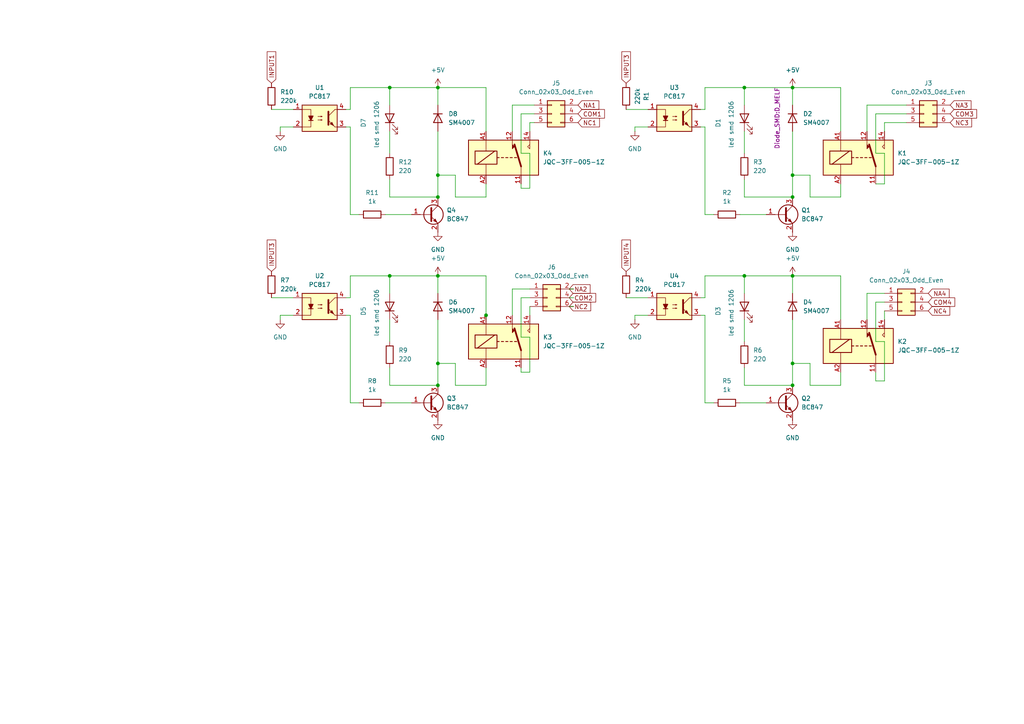
<source format=kicad_sch>
(kicad_sch (version 20250114) (generator "eeschema") (generator_version "9.0")
  (paper "A4")
  (lib_symbols
    (symbol "Connector_Generic:Conn_02x03_Odd_Even" (pin_names (offset 1.016) (hide yes))
      (property "Reference" "J" (at 1.27 5.08 0))
      (property "Value" "Conn_02x03_Odd_Even" (at 1.27 -5.08 0))
      (symbol "Conn_02x03_Odd_Even_1_1"
        (rectangle (start -1.27 3.81) (end 3.81 -3.81) (stroke (width 0.254)) (fill (type background)))
        (rectangle (start -1.27 2.667) (end 0 2.413) (stroke (width 0.1524)))
        (rectangle (start -1.27 0.127) (end 0 -0.127) (stroke (width 0.1524)))
        (rectangle (start -1.27 -2.413) (end 0 -2.667) (stroke (width 0.1524)))
        (rectangle (start 3.81 2.667) (end 2.54 2.413) (stroke (width 0.1524)))
        (rectangle (start 3.81 0.127) (end 2.54 -0.127) (stroke (width 0.1524)))
        (rectangle (start 3.81 -2.413) (end 2.54 -2.667) (stroke (width 0.1524)))
        (pin passive line (at -5.08 2.54 0) (length 3.81) (name "Pin_1") (number "1"))
        (pin passive line (at -5.08 0 0) (length 3.81) (name "Pin_3") (number "3"))
        (pin passive line (at -5.08 -2.54 0) (length 3.81) (name "Pin_5") (number "5"))
        (pin passive line (at 7.62 2.54 180) (length 3.81) (name "Pin_2") (number "2"))
        (pin passive line (at 7.62 0 180) (length 3.81) (name "Pin_4") (number "4"))
        (pin passive line (at 7.62 -2.54 180) (length 3.81) (name "Pin_6") (number "6"))
      )
    )
    (symbol "Device:R" (pin_numbers (hide yes)) (pin_names (offset 0))
      (property "Reference" "R" (at 2.032 0 90))
      (property "Value" "R" (at 0 0 90))
      (symbol "R_0_1"
        (rectangle (start -1.016 -2.54) (end 1.016 2.54) (stroke (width 0.254)))
      )
      (symbol "R_1_1"
        (pin passive line (at 0 3.81 270) (length 1.27) (name "~") (number "1"))
        (pin passive line (at 0 -3.81 90) (length 1.27) (name "~") (number "2"))
      )
    )
    (symbol "Diode:SM4007" (pin_numbers (hide yes)) (pin_names (hide yes))
      (property "Reference" "D" (at 0 2.54 0))
      (property "Value" "SM4007" (at 0 -2.54 0))
      (symbol "SM4007_0_1"
        (polyline (pts (xy -1.27 1.27) (xy -1.27 -1.27)) (stroke (width 0.254)))
        (polyline (pts (xy 1.27 1.27) (xy 1.27 -1.27) (xy -1.27 0) (xy 1.27 1.27)) (stroke (width 0.254)))
        (polyline (pts (xy 1.27 0) (xy -1.27 0)))
      )
      (symbol "SM4007_1_1"
        (pin passive line (at -3.81 0 0) (length 2.54) (name "K") (number "1"))
        (pin passive line (at 3.81 0 180) (length 2.54) (name "A") (number "2"))
      )
    )
    (symbol "EESTN5:PC817" (pin_names (offset 1.016))
      (property "Reference" "U" (at -5.08 5.08 0))
      (property "Value" "PC817" (at 0 5.08 0))
      (symbol "PC817_0_1"
        (rectangle (start -5.08 3.81) (end 5.08 -3.81) (stroke (width 0.254)) (fill (type background)))
        (polyline (pts (xy -5.08 2.54) (xy -2.54 2.54) (xy -2.54 0.635)))
        (polyline (pts (xy -3.175 -0.635) (xy -1.905 -0.635)) (stroke (width 0.254)))
        (polyline (pts (xy -2.54 -0.635) (xy -2.54 -2.54) (xy -5.08 -2.54)))
        (polyline (pts (xy -2.54 -0.635) (xy -3.175 0.635) (xy -1.905 0.635) (xy -2.54 -0.635)) (stroke (width 0.254)) (fill (type outline)))
        (polyline (pts (xy -0.508 0.508) (xy 0.762 0.508) (xy 0.381 0.381) (xy 0.381 0.635) (xy 0.762 0.508)))
        (polyline (pts (xy -0.508 -0.508) (xy 0.762 -0.508) (xy 0.381 -0.635) (xy 0.381 -0.381) (xy 0.762 -0.508)))
        (polyline (pts (xy 2.54 1.905) (xy 2.54 -1.905) (xy 2.54 -1.905)) (stroke (width 0.508)))
        (polyline (pts (xy 2.54 0.635) (xy 4.445 2.54)))
        (polyline (pts (xy 3.048 -1.651) (xy 3.556 -1.143) (xy 4.064 -2.159) (xy 3.048 -1.651) (xy 3.048 -1.651)) (fill (type outline)))
        (polyline (pts (xy 4.445 2.54) (xy 5.08 2.54)))
        (polyline (pts (xy 4.445 -2.54) (xy 2.54 -0.635)) (fill (type outline)))
        (polyline (pts (xy 4.445 -2.54) (xy 5.08 -2.54)))
      )
      (symbol "PC817_1_1"
        (pin passive line (at -7.62 2.54 0) (length 2.54) (name "~") (number "1"))
        (pin passive line (at -7.62 -2.54 0) (length 2.54) (name "~") (number "2"))
        (pin passive line (at 7.62 2.54 180) (length 2.54) (name "~") (number "4"))
        (pin passive line (at 7.62 -2.54 180) (length 2.54) (name "~") (number "3"))
      )
    )
    (symbol "LED:IR26-21C_L110_TR8" (pin_numbers (hide yes)) (pin_names (offset 1.016) (hide yes))
      (property "Reference" "D" (at 0 2.54 0))
      (property "Value" "IR26-21C_L110_TR8" (at 0 -3.81 0))
      (symbol "IR26-21C_L110_TR8_0_1"
        (polyline (pts (xy -3.048 -0.762) (xy -4.572 -2.286) (xy -3.81 -2.286) (xy -4.572 -2.286) (xy -4.572 -1.524)))
        (polyline (pts (xy -1.778 -0.762) (xy -3.302 -2.286) (xy -2.54 -2.286) (xy -3.302 -2.286) (xy -3.302 -1.524)))
        (polyline (pts (xy -1.27 0) (xy 1.27 0)))
        (polyline (pts (xy -1.27 -1.27) (xy -1.27 1.27)) (stroke (width 0.254)))
        (polyline (pts (xy 1.27 -1.27) (xy 1.27 1.27) (xy -1.27 0) (xy 1.27 -1.27)) (stroke (width 0.254)))
      )
      (symbol "IR26-21C_L110_TR8_1_1"
        (pin passive line (at -3.81 0 0) (length 2.54) (name "K") (number "1"))
        (pin passive line (at 3.81 0 180) (length 2.54) (name "A") (number "2"))
      )
    )
    (symbol "Relay:JQC-3FF-005-1Z"
      (property "Reference" "K" (at 11.43 3.81 0))
      (property "Value" "JQC-3FF-005-1Z" (at 11.43 1.27 0))
      (symbol "JQC-3FF-005-1Z_0_0"
        (polyline (pts (xy 7.62 5.08) (xy 7.62 2.54) (xy 6.985 3.175) (xy 7.62 3.81)))
      )
      (symbol "JQC-3FF-005-1Z_0_1"
        (rectangle (start -10.16 5.08) (end 10.16 -5.08) (stroke (width 0.254)) (fill (type background)))
        (rectangle (start -8.255 1.905) (end -1.905 -1.905) (stroke (width 0.254)))
        (polyline (pts (xy -7.62 -1.905) (xy -2.54 1.905)) (stroke (width 0.254)))
        (polyline (pts (xy -5.08 5.08) (xy -5.08 1.905)))
        (polyline (pts (xy -5.08 -5.08) (xy -5.08 -1.905)))
        (polyline (pts (xy -1.905 0) (xy -1.27 0)) (stroke (width 0.254)))
        (polyline (pts (xy -0.635 0) (xy 0 0)) (stroke (width 0.254)))
        (polyline (pts (xy 0.635 0) (xy 1.27 0)) (stroke (width 0.254)))
        (polyline (pts (xy 1.905 0) (xy 2.54 0)) (stroke (width 0.254)))
        (polyline (pts (xy 2.54 5.08) (xy 2.54 2.54) (xy 3.175 3.175) (xy 2.54 3.81)) (fill (type outline)))
        (polyline (pts (xy 3.175 0) (xy 3.81 0)) (stroke (width 0.254)))
        (polyline (pts (xy 5.08 -2.54) (xy 3.175 3.81)) (stroke (width 0.508)))
        (polyline (pts (xy 5.08 -2.54) (xy 5.08 -5.08)))
      )
      (symbol "JQC-3FF-005-1Z_1_1"
        (pin passive line (at -5.08 7.62 270) (length 2.54) (name "~") (number "A1"))
        (pin passive line (at -5.08 -7.62 90) (length 2.54) (name "~") (number "A2"))
        (pin passive line (at 2.54 7.62 270) (length 2.54) (name "~") (number "12"))
        (pin passive line (at 5.08 -7.62 90) (length 2.54) (name "~") (number "11"))
        (pin passive line (at 7.62 7.62 270) (length 2.54) (name "~") (number "14"))
      )
    )
    (symbol "Transistor_BJT:BC847" (pin_names (offset 0) (hide yes))
      (property "Reference" "Q" (at 5.08 1.905 0))
      (property "Value" "BC847" (at 5.08 0 0))
      (symbol "BC847_0_1"
        (polyline (pts (xy -2.54 0) (xy 0.635 0)))
        (polyline (pts (xy 0.635 1.905) (xy 0.635 -1.905)) (stroke (width 0.508)))
        (circle (center 1.27 0) (radius 2.8194) (stroke (width 0.254)))
      )
      (symbol "BC847_1_1"
        (polyline (pts (xy 0.635 0.635) (xy 2.54 2.54)))
        (polyline (pts (xy 0.635 -0.635) (xy 2.54 -2.54)))
        (polyline (pts (xy 1.27 -1.778) (xy 1.778 -1.27) (xy 2.286 -2.286) (xy 1.27 -1.778)) (fill (type outline)))
        (pin input line (at -5.08 0 0) (length 2.54) (name "B") (number "1"))
        (pin passive line (at 2.54 5.08 270) (length 2.54) (name "C") (number "3"))
        (pin passive line (at 2.54 -5.08 90) (length 2.54) (name "E") (number "2"))
      )
    )
    (symbol "power:+5V" (power) (pin_numbers (hide yes)) (pin_names (offset 0) (hide yes))
      (property "Value" "+5V" (at 0 3.556 0))
      (symbol "+5V_0_1"
        (polyline (pts (xy -0.762 1.27) (xy 0 2.54)))
        (polyline (pts (xy 0 2.54) (xy 0.762 1.27)))
        (polyline (pts (xy 0 0) (xy 0 2.54)))
      )
      (symbol "+5V_1_1"
        (pin power_in line (at 0 0 90) (length 0) (name "~") (number "1"))
      )
    )
    (symbol "power:GND" (power) (pin_numbers (hide yes)) (pin_names (offset 0) (hide yes))
      (property "Value" "GND" (at 0 -3.81 0))
      (symbol "GND_0_1"
        (polyline (pts (xy 0 0) (xy 0 -1.27) (xy 1.27 -1.27) (xy 0 -2.54) (xy -1.27 -1.27) (xy 0 -1.27)))
      )
      (symbol "GND_1_1"
        (pin power_in line (at 0 0 270) (length 0) (name "~") (number "1"))
      )
    )
  )
  (junction (at 113.03 25.4))
  (junction (at 229.87 50.8))
  (junction (at 229.87 80.01))
  (junction (at 215.9 80.01))
  (junction (at 113.03 80.01))
  (junction (at 215.9 25.4))
  (junction (at 127 25.4))
  (junction (at 229.87 111.76))
  (junction (at 229.87 57.15))
  (junction (at 140.97 91.44))
  (junction (at 127 111.76))
  (junction (at 127 105.41))
  (junction (at 127 50.8))
  (junction (at 127 80.01))
  (junction (at 229.87 105.41))
  (junction (at 229.87 25.4))
  (junction (at 127 57.15))
  (wire (pts (xy 127 80.01) (xy 140.97 80.01)))
  (wire (pts (xy 151.13 107.95) (xy 151.13 106.68)))
  (wire (pts (xy 113.03 57.15) (xy 127 57.15)))
  (wire (pts (xy 254 99.06) (xy 256.54 99.06)))
  (wire (pts (xy 243.84 25.4) (xy 243.84 38.1)))
  (wire (pts (xy 234.95 111.76) (xy 243.84 111.76)))
  (wire (pts (xy 184.15 91.44) (xy 184.15 92.71)))
  (wire (pts (xy 234.95 57.15) (xy 234.95 50.8)))
  (wire (pts (xy 251.46 38.1) (xy 251.46 30.48)))
  (wire (pts (xy 256.54 35.56) (xy 262.89 35.56)))
  (wire (pts (xy 243.84 53.34) (xy 243.84 57.15)))
  (wire (pts (xy 113.03 38.1) (xy 113.03 44.45)))
  (wire (pts (xy 140.97 80.01) (xy 140.97 91.44)))
  (wire (pts (xy 181.61 31.75) (xy 187.96 31.75)))
  (wire (pts (xy 229.87 57.15) (xy 229.87 50.8)))
  (wire (pts (xy 254 33.02) (xy 262.89 33.02)))
  (wire (pts (xy 113.03 106.68) (xy 113.03 111.76)))
  (wire (pts (xy 153.67 54.61) (xy 151.13 54.61)))
  (wire (pts (xy 81.28 36.83) (xy 81.28 38.1)))
  (wire (pts (xy 151.13 44.45) (xy 151.13 33.02)))
  (wire (pts (xy 78.74 31.75) (xy 85.09 31.75)))
  (wire (pts (xy 148.59 83.82) (xy 153.67 83.82)))
  (wire (pts (xy 234.95 111.76) (xy 234.95 105.41)))
  (wire (pts (xy 254 99.06) (xy 254 87.63)))
  (wire (pts (xy 256.54 92.71) (xy 256.54 90.17)))
  (wire (pts (xy 127 50.8) (xy 127 38.1)))
  (wire (pts (xy 229.87 30.48) (xy 229.87 25.4)))
  (wire (pts (xy 215.9 85.09) (xy 215.9 80.01)))
  (wire (pts (xy 127 105.41) (xy 132.08 105.41)))
  (wire (pts (xy 187.96 36.83) (xy 184.15 36.83)))
  (wire (pts (xy 113.03 85.09) (xy 113.03 80.01)))
  (wire (pts (xy 204.47 25.4) (xy 204.47 31.75)))
  (wire (pts (xy 132.08 111.76) (xy 132.08 105.41)))
  (wire (pts (xy 153.67 91.44) (xy 153.67 88.9)))
  (wire (pts (xy 229.87 80.01) (xy 243.84 80.01)))
  (wire (pts (xy 148.59 38.1) (xy 148.59 30.48)))
  (wire (pts (xy 151.13 97.79) (xy 151.13 86.36)))
  (wire (pts (xy 215.9 52.07) (xy 215.9 57.15)))
  (wire (pts (xy 166.37 88.9) (xy 165.1 88.9)))
  (wire (pts (xy 215.9 57.15) (xy 229.87 57.15)))
  (wire (pts (xy 243.84 107.95) (xy 243.84 111.76)))
  (wire (pts (xy 127 85.09) (xy 127 80.01)))
  (wire (pts (xy 132.08 57.15) (xy 140.97 57.15)))
  (wire (pts (xy 251.46 85.09) (xy 256.54 85.09)))
  (wire (pts (xy 166.37 86.36) (xy 165.1 86.36)))
  (wire (pts (xy 251.46 30.48) (xy 262.89 30.48)))
  (wire (pts (xy 204.47 62.23) (xy 207.01 62.23)))
  (wire (pts (xy 113.03 111.76) (xy 127 111.76)))
  (wire (pts (xy 100.33 86.36) (xy 101.6 86.36)))
  (wire (pts (xy 127 105.41) (xy 127 92.71)))
  (wire (pts (xy 229.87 25.4) (xy 243.84 25.4)))
  (wire (pts (xy 85.09 36.83) (xy 81.28 36.83)))
  (wire (pts (xy 100.33 31.75) (xy 101.6 31.75)))
  (wire (pts (xy 113.03 80.01) (xy 101.6 80.01)))
  (wire (pts (xy 215.9 80.01) (xy 229.87 80.01)))
  (wire (pts (xy 151.13 54.61) (xy 151.13 53.34)))
  (wire (pts (xy 127 50.8) (xy 132.08 50.8)))
  (wire (pts (xy 229.87 50.8) (xy 234.95 50.8)))
  (wire (pts (xy 113.03 30.48) (xy 113.03 25.4)))
  (wire (pts (xy 151.13 97.79) (xy 153.67 97.79)))
  (wire (pts (xy 184.15 36.83) (xy 184.15 38.1)))
  (wire (pts (xy 203.2 31.75) (xy 204.47 31.75)))
  (wire (pts (xy 153.67 44.45) (xy 153.67 54.61)))
  (wire (pts (xy 215.9 111.76) (xy 229.87 111.76)))
  (wire (pts (xy 111.76 116.84) (xy 119.38 116.84)))
  (wire (pts (xy 254 53.34) (xy 256.54 53.34)))
  (wire (pts (xy 187.96 91.44) (xy 184.15 91.44)))
  (wire (pts (xy 203.2 36.83) (xy 204.47 36.83)))
  (wire (pts (xy 85.09 91.44) (xy 81.28 91.44)))
  (wire (pts (xy 78.74 86.36) (xy 85.09 86.36)))
  (wire (pts (xy 153.67 107.95) (xy 151.13 107.95)))
  (wire (pts (xy 215.9 106.68) (xy 215.9 111.76)))
  (wire (pts (xy 132.08 111.76) (xy 140.97 111.76)))
  (wire (pts (xy 215.9 30.48) (xy 215.9 25.4)))
  (wire (pts (xy 256.54 99.06) (xy 256.54 110.49)))
  (wire (pts (xy 101.6 80.01) (xy 101.6 86.36)))
  (wire (pts (xy 243.84 80.01) (xy 243.84 92.71)))
  (wire (pts (xy 181.61 86.36) (xy 187.96 86.36)))
  (wire (pts (xy 153.67 38.1) (xy 153.67 35.56)))
  (wire (pts (xy 166.37 83.82) (xy 165.1 83.82)))
  (wire (pts (xy 204.47 36.83) (xy 204.47 62.23)))
  (wire (pts (xy 127 57.15) (xy 127 50.8)))
  (wire (pts (xy 81.28 91.44) (xy 81.28 92.71)))
  (wire (pts (xy 127 111.76) (xy 127 105.41)))
  (wire (pts (xy 101.6 62.23) (xy 104.14 62.23)))
  (wire (pts (xy 101.6 116.84) (xy 104.14 116.84)))
  (wire (pts (xy 229.87 105.41) (xy 234.95 105.41)))
  (wire (pts (xy 153.67 35.56) (xy 154.94 35.56)))
  (wire (pts (xy 214.63 116.84) (xy 222.25 116.84)))
  (wire (pts (xy 203.2 91.44) (xy 204.47 91.44)))
  (wire (pts (xy 132.08 57.15) (xy 132.08 50.8)))
  (wire (pts (xy 113.03 25.4) (xy 127 25.4)))
  (wire (pts (xy 204.47 91.44) (xy 204.47 116.84)))
  (wire (pts (xy 256.54 44.45) (xy 254 44.45)))
  (wire (pts (xy 256.54 38.1) (xy 256.54 35.56)))
  (wire (pts (xy 214.63 62.23) (xy 222.25 62.23)))
  (wire (pts (xy 256.54 110.49) (xy 254 110.49)))
  (wire (pts (xy 140.97 91.44) (xy 140.97 92.71)))
  (wire (pts (xy 101.6 25.4) (xy 101.6 31.75)))
  (wire (pts (xy 140.97 25.4) (xy 140.97 38.1)))
  (wire (pts (xy 148.59 30.48) (xy 154.94 30.48)))
  (wire (pts (xy 215.9 25.4) (xy 229.87 25.4)))
  (wire (pts (xy 100.33 36.83) (xy 101.6 36.83)))
  (wire (pts (xy 215.9 80.01) (xy 204.47 80.01)))
  (wire (pts (xy 256.54 53.34) (xy 256.54 44.45)))
  (wire (pts (xy 229.87 50.8) (xy 229.87 38.1)))
  (wire (pts (xy 203.2 86.36) (xy 204.47 86.36)))
  (wire (pts (xy 229.87 85.09) (xy 229.87 80.01)))
  (wire (pts (xy 229.87 111.76) (xy 229.87 105.41)))
  (wire (pts (xy 151.13 86.36) (xy 153.67 86.36)))
  (wire (pts (xy 234.95 57.15) (xy 243.84 57.15)))
  (wire (pts (xy 140.97 106.68) (xy 140.97 111.76)))
  (wire (pts (xy 113.03 52.07) (xy 113.03 57.15)))
  (wire (pts (xy 101.6 36.83) (xy 101.6 62.23)))
  (wire (pts (xy 215.9 25.4) (xy 204.47 25.4)))
  (wire (pts (xy 113.03 25.4) (xy 101.6 25.4)))
  (wire (pts (xy 251.46 92.71) (xy 251.46 85.09)))
  (wire (pts (xy 127 30.48) (xy 127 25.4)))
  (wire (pts (xy 254 44.45) (xy 254 33.02)))
  (wire (pts (xy 113.03 80.01) (xy 127 80.01)))
  (wire (pts (xy 215.9 38.1) (xy 215.9 44.45)))
  (wire (pts (xy 111.76 62.23) (xy 119.38 62.23)))
  (wire (pts (xy 101.6 91.44) (xy 101.6 116.84)))
  (wire (pts (xy 229.87 105.41) (xy 229.87 92.71)))
  (wire (pts (xy 100.33 91.44) (xy 101.6 91.44)))
  (wire (pts (xy 140.97 53.34) (xy 140.97 57.15)))
  (wire (pts (xy 254 110.49) (xy 254 107.95)))
  (wire (pts (xy 113.03 92.71) (xy 113.03 99.06)))
  (wire (pts (xy 151.13 33.02) (xy 154.94 33.02)))
  (wire (pts (xy 153.67 97.79) (xy 153.67 107.95)))
  (wire (pts (xy 204.47 80.01) (xy 204.47 86.36)))
  (wire (pts (xy 215.9 92.71) (xy 215.9 99.06)))
  (wire (pts (xy 127 25.4) (xy 140.97 25.4)))
  (wire (pts (xy 254 87.63) (xy 256.54 87.63)))
  (wire (pts (xy 148.59 91.44) (xy 148.59 83.82)))
  (wire (pts (xy 204.47 116.84) (xy 207.01 116.84)))
  (wire (pts (xy 151.13 44.45) (xy 153.67 44.45)))
  (global_label "NC3" (shape input) (at 275.59 35.56 0) (property "Intersheetrefs" "${INTERSHEET_REFS}" (effects (hide yes))))
  (global_label "COM1" (shape input) (at 167.64 33.02 0) (property "Intersheetrefs" "${INTERSHEET_REFS}" (effects (hide yes))))
  (global_label "INPUT3" (shape input) (at 78.74 78.74 90) (property "Intersheetrefs" "${INTERSHEET_REFS}" (effects (hide yes))))
  (global_label "INPUT3" (shape input) (at 181.61 24.13 90) (property "Intersheetrefs" "${INTERSHEET_REFS}" (effects (hide yes))))
  (global_label "NA2" (shape input) (at 165.1 83.82 0) (property "Intersheetrefs" "${INTERSHEET_REFS}" (effects (hide yes))))
  (global_label "INPUT1" (shape input) (at 78.74 24.13 90) (property "Intersheetrefs" "${INTERSHEET_REFS}" (effects (hide yes))))
  (global_label "COM2" (shape input) (at 165.1 86.36 0) (property "Intersheetrefs" "${INTERSHEET_REFS}" (effects (hide yes))))
  (global_label "INPUT4" (shape input) (at 181.61 78.74 90) (property "Intersheetrefs" "${INTERSHEET_REFS}" (effects (hide yes))))
  (global_label "NC1" (shape input) (at 167.64 35.56 0) (property "Intersheetrefs" "${INTERSHEET_REFS}" (effects (hide yes))))
  (global_label "NA1" (shape input) (at 167.64 30.48 0) (property "Intersheetrefs" "${INTERSHEET_REFS}" (effects (hide yes))))
  (global_label "COM3" (shape input) (at 275.59 33.02 0) (property "Intersheetrefs" "${INTERSHEET_REFS}" (effects (hide yes))))
  (global_label "COM4" (shape input) (at 269.24 87.63 0) (property "Intersheetrefs" "${INTERSHEET_REFS}" (effects (hide yes))))
  (global_label "NC2" (shape input) (at 165.1 88.9 0) (property "Intersheetrefs" "${INTERSHEET_REFS}" (effects (hide yes))))
  (global_label "NC4" (shape input) (at 269.24 90.17 0) (property "Intersheetrefs" "${INTERSHEET_REFS}" (effects (hide yes))))
  (global_label "NA4" (shape input) (at 269.24 85.09 0) (property "Intersheetrefs" "${INTERSHEET_REFS}" (effects (hide yes))))
  (global_label "NA3" (shape input) (at 275.59 30.48 0) (property "Intersheetrefs" "${INTERSHEET_REFS}" (effects (hide yes))))
  (symbol (lib_id "Device:R") (at 210.82 116.84 90) (unit 1)
    (property "Reference" "R5" (at 210.82 110.49 90))
    (property "Value" "1k" (at 210.82 113.03 90))
    (property "Footprint" "Resistor_SMD:R_0805_2012Metric" (effects (hide yes)))
    (property "Description" "Resistor" (effects (hide yes)))
  )
  (symbol (lib_id "power:GND") (at 81.28 92.71 0) (unit 1)
    (property "Reference" "#PWR07" (effects (hide yes)))
    (property "Value" "GND" (at 81.28 97.79 0))
    (property "Description" "Power symbol creates a global label with name \"GND\" , ground" (effects (hide yes)))
  )
  (symbol (lib_id "EESTN5:PC817") (at 92.71 88.9 0) (unit 1)
    (property "Reference" "U2" (at 92.71 80.01 0))
    (property "Value" "PC817" (at 92.71 82.55 0))
    (property "Footprint" "PC817SMD:SOIC254P1000X400-4N" (effects (hide yes)))
    (property "Datasheet" "http://www.soselectronic.cz/a_info/resource/d/pc817.pdf" (effects (hide yes)))
    (property "Description" "DC Optocoupler, Vce 35V, CTR 50-300%, DIP4" (effects (hide yes)))
  )
  (symbol (lib_id "EESTN5:PC817") (at 92.71 34.29 0) (unit 1)
    (property "Reference" "U1" (at 92.71 25.4 0))
    (property "Value" "PC817" (at 92.71 27.94 0))
    (property "Footprint" "PC817SMD:SOIC254P1000X400-4N" (effects (hide yes)))
    (property "Datasheet" "http://www.soselectronic.cz/a_info/resource/d/pc817.pdf" (effects (hide yes)))
    (property "Description" "DC Optocoupler, Vce 35V, CTR 50-300%, DIP4" (effects (hide yes)))
  )
  (symbol (lib_id "power:GND") (at 229.87 67.31 0) (unit 1)
    (property "Reference" "#PWR02" (effects (hide yes)))
    (property "Value" "GND" (at 229.87 72.39 0))
    (property "Description" "Power symbol creates a global label with name \"GND\" , ground" (effects (hide yes)))
  )
  (symbol (lib_id "Connector_Generic:Conn_02x03_Odd_Even") (at 160.02 33.02 0) (unit 1)
    (property "Reference" "J5" (at 161.29 24.13 0))
    (property "Value" "Conn_02x03_Odd_Even" (at 161.29 26.67 0))
    (property "Footprint" "TerminalBlock:TerminalBlock_bornier-3_P5.08mm" (effects (hide yes)))
    (property "Description" "Generic connector, double row, 02x03, odd/even pin numbering scheme (row 1 odd numbers, row 2 even numbers), script generated (kicad-library-utils/schlib/autogen/connector/)" (effects (hide yes)))
  )
  (symbol (lib_id "Transistor_BJT:BC847") (at 124.46 116.84 0) (unit 1)
    (property "Reference" "Q3" (at 129.54 115.5699 0) (effects (justify left)))
    (property "Value" "BC847" (at 129.54 118.1099 0) (effects (justify left)))
    (property "Footprint" "Package_TO_SOT_SMD:SOT-23" (effects (hide yes)))
    (property "Datasheet" "http://www.infineon.com/dgdl/Infineon-BC847SERIES_BC848SERIES_BC849SERIES_BC850SERIES-DS-v01_01-en.pdf?fileId=db3a304314dca389011541d4630a1657" (effects (hide yes)))
    (property "Description" "0.1A Ic, 45V Vce, NPN Transistor, SOT-23" (effects (hide yes)))
  )
  (symbol (lib_id "LED:IR26-21C_L110_TR8") (at 215.9 34.29 90) (unit 1)
    (property "Reference" "D1" (at 208.28 34.29 0) (effects (justify right)))
    (property "Value" "led smd 1206" (at 212.09 29.21 0) (effects (justify right)))
    (property "Footprint" "LED_SMD:LED_1206_3216Metric" (effects (hide yes)))
    (property "Datasheet" "http://www.everlight.com/file/ProductFile/IR26-21C-L110-TR8.pdf" (effects (hide yes)))
    (property "Description" "940nm, 20 deg, Infrared LED, 1206" (effects (hide yes)))
  )
  (symbol (lib_id "Transistor_BJT:BC847") (at 227.33 62.23 0) (unit 1)
    (property "Reference" "Q1" (at 232.41 60.9599 0) (effects (justify left)))
    (property "Value" "BC847" (at 232.41 63.4999 0) (effects (justify left)))
    (property "Footprint" "Package_TO_SOT_SMD:SOT-23" (effects (hide yes)))
    (property "Datasheet" "http://www.infineon.com/dgdl/Infineon-BC847SERIES_BC848SERIES_BC849SERIES_BC850SERIES-DS-v01_01-en.pdf?fileId=db3a304314dca389011541d4630a1657" (effects (hide yes)))
    (property "Description" "0.1A Ic, 45V Vce, NPN Transistor, SOT-23" (effects (hide yes)))
  )
  (symbol (lib_id "Device:R") (at 78.74 82.55 180) (unit 1)
    (property "Reference" "R7" (at 81.28 81.2799 0) (effects (justify right)))
    (property "Value" "220k" (at 81.28 83.8199 0) (effects (justify right)))
    (property "Footprint" "Resistor_SMD:R_0805_2012Metric" (effects (hide yes)))
    (property "Description" "Resistor" (effects (hide yes)))
  )
  (symbol (lib_id "power:+5V") (at 127 80.01 0) (unit 1)
    (property "Reference" "#PWR08" (effects (hide yes)))
    (property "Value" "+5V" (at 127 74.93 0))
    (property "Description" "Power symbol creates a global label with name \"+5V\"" (effects (hide yes)))
  )
  (symbol (lib_id "Device:R") (at 78.74 27.94 0) (unit 1)
    (property "Reference" "R10" (at 81.28 26.6699 0) (effects (justify left)))
    (property "Value" "220k" (at 81.28 29.2099 0) (effects (justify left)))
    (property "Footprint" "Resistor_SMD:R_0805_2012Metric" (effects (hide yes)))
    (property "Description" "Resistor" (effects (hide yes)))
  )
  (symbol (lib_id "Diode:SM4007") (at 229.87 34.29 270) (unit 1)
    (property "Reference" "D2" (at 232.918 33.0199 90) (effects (justify left)))
    (property "Value" "SM4007" (at 232.918 35.5599 90) (effects (justify left)))
    (property "Footprint" "Diode_SMD:D_MELF" (at 225.425 34.29 0))
    (property "Datasheet" "http://cdn-reichelt.de/documents/datenblatt/A400/SMD1N400%23DIO.pdf" (effects (hide yes)))
    (property "Description" "1000V 1A General Purpose Rectifier Diode, MELF" (effects (hide yes)))
    (property "Sim.Device" "D" (effects (hide yes)))
    (property "Sim.Pins" "1=K 2=A" (effects (hide yes)))
  )
  (symbol (lib_id "Relay:JQC-3FF-005-1Z") (at 248.92 45.72 0) (unit 1)
    (property "Reference" "K1" (at 260.35 44.4499 0) (effects (justify left)))
    (property "Value" "JQC-3FF-005-1Z" (at 260.35 46.9899 0) (effects (justify left)))
    (property "Footprint" "Relay_THT:Relay_SPDT_Hongfa_JQC-3FF_0XX-1Z" (effects (hide yes)))
    (property "Datasheet" "https://www.digikey.com/htmldatasheets/production/2071105/0/0/1/JQC-3FF.pdf" (effects (hide yes)))
    (property "Description" "Subminiature High Power SPDT Relay, 5V Coil nom. 0.36W, 10A switching current, max 10A@277VAC/28VDC" (effects (hide yes)))
  )
  (symbol (lib_id "Device:R") (at 210.82 62.23 90) (unit 1)
    (property "Reference" "R2" (at 210.82 55.88 90))
    (property "Value" "1k" (at 210.82 58.42 90))
    (property "Footprint" "Resistor_SMD:R_0805_2012Metric" (effects (hide yes)))
    (property "Description" "Resistor" (effects (hide yes)))
  )
  (symbol (lib_id "Diode:SM4007") (at 127 88.9 270) (unit 1)
    (property "Reference" "D6" (at 130.048 87.6299 90) (effects (justify left)))
    (property "Value" "SM4007" (at 130.048 90.1699 90) (effects (justify left)))
    (property "Footprint" "Diode_SMD:D_MELF" (effects (hide yes)))
    (property "Datasheet" "http://cdn-reichelt.de/documents/datenblatt/A400/SMD1N400%23DIO.pdf" (effects (hide yes)))
    (property "Description" "1000V 1A General Purpose Rectifier Diode, MELF" (effects (hide yes)))
    (property "Sim.Device" "D" (effects (hide yes)))
    (property "Sim.Pins" "1=K 2=A" (effects (hide yes)))
  )
  (symbol (lib_id "power:GND") (at 229.87 121.92 0) (unit 1)
    (property "Reference" "#PWR06" (effects (hide yes)))
    (property "Value" "GND" (at 229.87 127 0))
    (property "Description" "Power symbol creates a global label with name \"GND\" , ground" (effects (hide yes)))
  )
  (symbol (lib_id "power:+5V") (at 127 25.4 0) (unit 1)
    (property "Reference" "#PWR011" (effects (hide yes)))
    (property "Value" "+5V" (at 127 20.32 0))
    (property "Description" "Power symbol creates a global label with name \"+5V\"" (effects (hide yes)))
  )
  (symbol (lib_id "Connector_Generic:Conn_02x03_Odd_Even") (at 261.62 87.63 0) (unit 1)
    (property "Reference" "J4" (at 262.89 78.74 0))
    (property "Value" "Conn_02x03_Odd_Even" (at 262.89 81.28 0))
    (property "Footprint" "TerminalBlock:TerminalBlock_bornier-3_P5.08mm" (effects (hide yes)))
    (property "Description" "Generic connector, double row, 02x03, odd/even pin numbering scheme (row 1 odd numbers, row 2 even numbers), script generated (kicad-library-utils/schlib/autogen/connector/)" (effects (hide yes)))
  )
  (symbol (lib_id "LED:IR26-21C_L110_TR8") (at 215.9 88.9 90) (unit 1)
    (property "Reference" "D3" (at 208.28 88.9 0) (effects (justify right)))
    (property "Value" "led smd 1206" (at 212.09 83.82 0) (effects (justify right)))
    (property "Footprint" "LED_SMD:LED_1206_3216Metric" (effects (hide yes)))
    (property "Datasheet" "http://www.everlight.com/file/ProductFile/IR26-21C-L110-TR8.pdf" (effects (hide yes)))
    (property "Description" "940nm, 20 deg, Infrared LED, 1206" (effects (hide yes)))
  )
  (symbol (lib_id "Connector_Generic:Conn_02x03_Odd_Even") (at 267.97 33.02 0) (unit 1)
    (property "Reference" "J3" (at 269.24 24.13 0))
    (property "Value" "Conn_02x03_Odd_Even" (at 269.24 26.67 0))
    (property "Footprint" "TerminalBlock:TerminalBlock_bornier-3_P5.08mm" (effects (hide yes)))
    (property "Description" "Generic connector, double row, 02x03, odd/even pin numbering scheme (row 1 odd numbers, row 2 even numbers), script generated (kicad-library-utils/schlib/autogen/connector/)" (effects (hide yes)))
  )
  (symbol (lib_id "Device:R") (at 181.61 82.55 180) (unit 1)
    (property "Reference" "R4" (at 184.15 81.2799 0) (effects (justify right)))
    (property "Value" "220k" (at 184.15 83.8199 0) (effects (justify right)))
    (property "Footprint" "Resistor_SMD:R_0805_2012Metric" (effects (hide yes)))
    (property "Description" "Resistor" (effects (hide yes)))
  )
  (symbol (lib_id "Relay:JQC-3FF-005-1Z") (at 146.05 99.06 0) (unit 1)
    (property "Reference" "K3" (at 157.48 97.7899 0) (effects (justify left)))
    (property "Value" "JQC-3FF-005-1Z" (at 157.48 100.3299 0) (effects (justify left)))
    (property "Footprint" "Relay_THT:Relay_SPDT_Hongfa_JQC-3FF_0XX-1Z" (effects (hide yes)))
    (property "Datasheet" "https://www.digikey.com/htmldatasheets/production/2071105/0/0/1/JQC-3FF.pdf" (effects (hide yes)))
    (property "Description" "Subminiature High Power SPDT Relay, 5V Coil nom. 0.36W, 10A switching current, max 10A@277VAC/28VDC" (effects (hide yes)))
  )
  (symbol (lib_id "power:GND") (at 127 67.31 0) (unit 1)
    (property "Reference" "#PWR012" (effects (hide yes)))
    (property "Value" "GND" (at 127 72.39 0))
    (property "Description" "Power symbol creates a global label with name \"GND\" , ground" (effects (hide yes)))
  )
  (symbol (lib_id "Device:R") (at 107.95 62.23 90) (unit 1)
    (property "Reference" "R11" (at 107.95 55.88 90))
    (property "Value" "1k" (at 107.95 58.42 90))
    (property "Footprint" "Resistor_SMD:R_0805_2012Metric" (effects (hide yes)))
    (property "Description" "Resistor" (effects (hide yes)))
  )
  (symbol (lib_id "Device:R") (at 113.03 48.26 0) (unit 1)
    (property "Reference" "R12" (at 115.57 46.9899 0) (effects (justify left)))
    (property "Value" "220" (at 115.57 49.5299 0) (effects (justify left)))
    (property "Footprint" "Resistor_SMD:R_0805_2012Metric" (effects (hide yes)))
    (property "Description" "Resistor" (effects (hide yes)))
  )
  (symbol (lib_id "LED:IR26-21C_L110_TR8") (at 113.03 34.29 90) (unit 1)
    (property "Reference" "D7" (at 105.41 34.29 0) (effects (justify right)))
    (property "Value" "led smd 1206" (at 109.22 29.21 0) (effects (justify right)))
    (property "Footprint" "LED_SMD:LED_1206_3216Metric" (effects (hide yes)))
    (property "Datasheet" "http://www.everlight.com/file/ProductFile/IR26-21C-L110-TR8.pdf" (effects (hide yes)))
    (property "Description" "940nm, 20 deg, Infrared LED, 1206" (effects (hide yes)))
  )
  (symbol (lib_id "Transistor_BJT:BC847") (at 124.46 62.23 0) (unit 1)
    (property "Reference" "Q4" (at 129.54 60.9599 0) (effects (justify left)))
    (property "Value" "BC847" (at 129.54 63.4999 0) (effects (justify left)))
    (property "Footprint" "Package_TO_SOT_SMD:SOT-23" (effects (hide yes)))
    (property "Datasheet" "http://www.infineon.com/dgdl/Infineon-BC847SERIES_BC848SERIES_BC849SERIES_BC850SERIES-DS-v01_01-en.pdf?fileId=db3a304314dca389011541d4630a1657" (effects (hide yes)))
    (property "Description" "0.1A Ic, 45V Vce, NPN Transistor, SOT-23" (effects (hide yes)))
  )
  (symbol (lib_id "power:+5V") (at 229.87 25.4 0) (unit 1)
    (property "Reference" "#PWR03" (effects (hide yes)))
    (property "Value" "+5V" (at 229.87 20.32 0))
    (property "Description" "Power symbol creates a global label with name \"+5V\"" (effects (hide yes)))
  )
  (symbol (lib_id "Device:R") (at 107.95 116.84 90) (unit 1)
    (property "Reference" "R8" (at 107.95 110.49 90))
    (property "Value" "1k" (at 107.95 113.03 90))
    (property "Footprint" "Resistor_SMD:R_0805_2012Metric" (effects (hide yes)))
    (property "Description" "Resistor" (effects (hide yes)))
  )
  (symbol (lib_id "Device:R") (at 215.9 102.87 0) (unit 1)
    (property "Reference" "R6" (at 218.44 101.5999 0) (effects (justify left)))
    (property "Value" "220" (at 218.44 104.1399 0) (effects (justify left)))
    (property "Footprint" "Resistor_SMD:R_0805_2012Metric" (effects (hide yes)))
    (property "Description" "Resistor" (effects (hide yes)))
  )
  (symbol (lib_id "Device:R") (at 181.61 27.94 0) (unit 1)
    (property "Reference" "R1" (at 187.452 27.94 90))
    (property "Value" "220k" (at 184.912 27.94 90))
    (property "Footprint" "Resistor_SMD:R_0805_2012Metric" (effects (hide yes)))
    (property "Description" "Resistor" (effects (hide yes)))
  )
  (symbol (lib_id "Device:R") (at 215.9 48.26 0) (unit 1)
    (property "Reference" "R3" (at 218.44 46.9899 0) (effects (justify left)))
    (property "Value" "220" (at 218.44 49.5299 0) (effects (justify left)))
    (property "Footprint" "Resistor_SMD:R_0805_2012Metric" (effects (hide yes)))
    (property "Description" "Resistor" (effects (hide yes)))
  )
  (symbol (lib_id "Diode:SM4007") (at 229.87 88.9 270) (unit 1)
    (property "Reference" "D4" (at 232.918 87.6299 90) (effects (justify left)))
    (property "Value" "SM4007" (at 232.918 90.1699 90) (effects (justify left)))
    (property "Footprint" "Diode_SMD:D_MELF" (effects (hide yes)))
    (property "Datasheet" "http://cdn-reichelt.de/documents/datenblatt/A400/SMD1N400%23DIO.pdf" (effects (hide yes)))
    (property "Description" "1000V 1A General Purpose Rectifier Diode, MELF" (effects (hide yes)))
    (property "Sim.Device" "D" (effects (hide yes)))
    (property "Sim.Pins" "1=K 2=A" (effects (hide yes)))
  )
  (symbol (lib_id "Relay:JQC-3FF-005-1Z") (at 146.05 45.72 0) (unit 1)
    (property "Reference" "K4" (at 157.48 44.4499 0) (effects (justify left)))
    (property "Value" "JQC-3FF-005-1Z" (at 157.48 46.9899 0) (effects (justify left)))
    (property "Footprint" "Relay_THT:Relay_SPDT_Hongfa_JQC-3FF_0XX-1Z" (effects (hide yes)))
    (property "Datasheet" "https://www.digikey.com/htmldatasheets/production/2071105/0/0/1/JQC-3FF.pdf" (effects (hide yes)))
    (property "Description" "Subminiature High Power SPDT Relay, 5V Coil nom. 0.36W, 10A switching current, max 10A@277VAC/28VDC" (effects (hide yes)))
  )
  (symbol (lib_id "LED:IR26-21C_L110_TR8") (at 113.03 88.9 90) (unit 1)
    (property "Reference" "D5" (at 105.41 88.9 0) (effects (justify right)))
    (property "Value" "led smd 1206" (at 109.22 83.82 0) (effects (justify right)))
    (property "Footprint" "LED_SMD:LED_1206_3216Metric" (effects (hide yes)))
    (property "Datasheet" "http://www.everlight.com/file/ProductFile/IR26-21C-L110-TR8.pdf" (effects (hide yes)))
    (property "Description" "940nm, 20 deg, Infrared LED, 1206" (effects (hide yes)))
  )
  (symbol (lib_id "power:GND") (at 81.28 38.1 0) (unit 1)
    (property "Reference" "#PWR010" (effects (hide yes)))
    (property "Value" "GND" (at 81.28 43.18 0))
    (property "Description" "Power symbol creates a global label with name \"GND\" , ground" (effects (hide yes)))
  )
  (symbol (lib_id "Connector_Generic:Conn_02x03_Odd_Even") (at 158.75 86.36 0) (unit 1)
    (property "Reference" "J6" (at 160.02 77.47 0))
    (property "Value" "Conn_02x03_Odd_Even" (at 160.02 80.01 0))
    (property "Footprint" "TerminalBlock:TerminalBlock_bornier-3_P5.08mm" (effects (hide yes)))
    (property "Description" "Generic connector, double row, 02x03, odd/even pin numbering scheme (row 1 odd numbers, row 2 even numbers), script generated (kicad-library-utils/schlib/autogen/connector/)" (effects (hide yes)))
  )
  (symbol (lib_id "Diode:SM4007") (at 127 34.29 270) (unit 1)
    (property "Reference" "D8" (at 130.048 33.0199 90) (effects (justify left)))
    (property "Value" "SM4007" (at 130.048 35.5599 90) (effects (justify left)))
    (property "Footprint" "Diode_SMD:D_MELF" (effects (hide yes)))
    (property "Datasheet" "http://cdn-reichelt.de/documents/datenblatt/A400/SMD1N400%23DIO.pdf" (effects (hide yes)))
    (property "Description" "1000V 1A General Purpose Rectifier Diode, MELF" (effects (hide yes)))
    (property "Sim.Device" "D" (effects (hide yes)))
    (property "Sim.Pins" "1=K 2=A" (effects (hide yes)))
  )
  (symbol (lib_id "EESTN5:PC817") (at 195.58 88.9 0) (unit 1)
    (property "Reference" "U4" (at 195.58 80.01 0))
    (property "Value" "PC817" (at 195.58 82.55 0))
    (property "Footprint" "PC817SMD:SOIC254P1000X400-4N" (effects (hide yes)))
    (property "Datasheet" "http://www.soselectronic.cz/a_info/resource/d/pc817.pdf" (effects (hide yes)))
    (property "Description" "DC Optocoupler, Vce 35V, CTR 50-300%, DIP4" (effects (hide yes)))
  )
  (symbol (lib_id "Relay:JQC-3FF-005-1Z") (at 248.92 100.33 0) (unit 1)
    (property "Reference" "K2" (at 260.35 99.0599 0) (effects (justify left)))
    (property "Value" "JQC-3FF-005-1Z" (at 260.35 101.5999 0) (effects (justify left)))
    (property "Footprint" "Relay_THT:Relay_SPDT_Hongfa_JQC-3FF_0XX-1Z" (effects (hide yes)))
    (property "Datasheet" "https://www.digikey.com/htmldatasheets/production/2071105/0/0/1/JQC-3FF.pdf" (effects (hide yes)))
    (property "Description" "Subminiature High Power SPDT Relay, 5V Coil nom. 0.36W, 10A switching current, max 10A@277VAC/28VDC" (effects (hide yes)))
  )
  (symbol (lib_id "power:GND") (at 127 121.92 0) (unit 1)
    (property "Reference" "#PWR09" (effects (hide yes)))
    (property "Value" "GND" (at 127 127 0))
    (property "Description" "Power symbol creates a global label with name \"GND\" , ground" (effects (hide yes)))
  )
  (symbol (lib_id "EESTN5:PC817") (at 195.58 34.29 0) (unit 1)
    (property "Reference" "U3" (at 195.58 25.4 0))
    (property "Value" "PC817" (at 195.58 27.94 0))
    (property "Footprint" "PC817SMD:SOIC254P1000X400-4N" (effects (hide yes)))
    (property "Datasheet" "http://www.soselectronic.cz/a_info/resource/d/pc817.pdf" (effects (hide yes)))
    (property "Description" "DC Optocoupler, Vce 35V, CTR 50-300%, DIP4" (effects (hide yes)))
  )
  (symbol (lib_id "power:GND") (at 184.15 38.1 0) (unit 1)
    (property "Reference" "#PWR01" (effects (hide yes)))
    (property "Value" "GND" (at 184.15 43.18 0))
    (property "Description" "Power symbol creates a global label with name \"GND\" , ground" (effects (hide yes)))
  )
  (symbol (lib_id "power:GND") (at 184.15 92.71 0) (unit 1)
    (property "Reference" "#PWR04" (effects (hide yes)))
    (property "Value" "GND" (at 184.15 97.79 0))
    (property "Description" "Power symbol creates a global label with name \"GND\" , ground" (effects (hide yes)))
  )
  (symbol (lib_id "Transistor_BJT:BC847") (at 227.33 116.84 0) (unit 1)
    (property "Reference" "Q2" (at 232.41 115.5699 0) (effects (justify left)))
    (property "Value" "BC847" (at 232.41 118.1099 0) (effects (justify left)))
    (property "Footprint" "Package_TO_SOT_SMD:SOT-23" (effects (hide yes)))
    (property "Datasheet" "http://www.infineon.com/dgdl/Infineon-BC847SERIES_BC848SERIES_BC849SERIES_BC850SERIES-DS-v01_01-en.pdf?fileId=db3a304314dca389011541d4630a1657" (effects (hide yes)))
    (property "Description" "0.1A Ic, 45V Vce, NPN Transistor, SOT-23" (effects (hide yes)))
  )
  (symbol (lib_id "Device:R") (at 113.03 102.87 0) (unit 1)
    (property "Reference" "R9" (at 115.57 101.5999 0) (effects (justify left)))
    (property "Value" "220" (at 115.57 104.1399 0) (effects (justify left)))
    (property "Footprint" "Resistor_SMD:R_0805_2012Metric" (effects (hide yes)))
    (property "Description" "Resistor" (effects (hide yes)))
  )
  (symbol (lib_id "power:+5V") (at 229.87 80.01 0) (unit 1)
    (property "Reference" "#PWR05" (effects (hide yes)))
    (property "Value" "+5V" (at 229.87 74.93 0))
    (property "Description" "Power symbol creates a global label with name \"+5V\"" (effects (hide yes)))
  )
)
</source>
